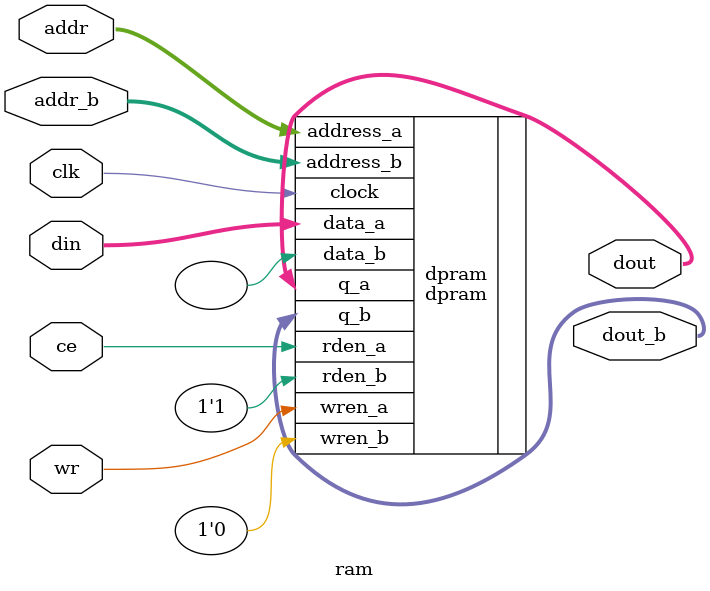
<source format=v>

module ram(
  input clk,
  input [15:0] addr,
  input [7:0] din,
  output [7:0] dout,
  input wr,
  input ce,

  input [15:0] addr_b,
  output [7:0] dout_b
);

dpram dpram(
  .address_a(addr),
  .address_b(addr_b),
  .clock(clk),
  .data_a(din),
  .data_b(),
  .rden_a(ce),
  .rden_b(1'b1),
  .wren_a(wr),
  .wren_b(1'b0),
  .q_a(dout),
  .q_b(dout_b)
);

endmodule

</source>
